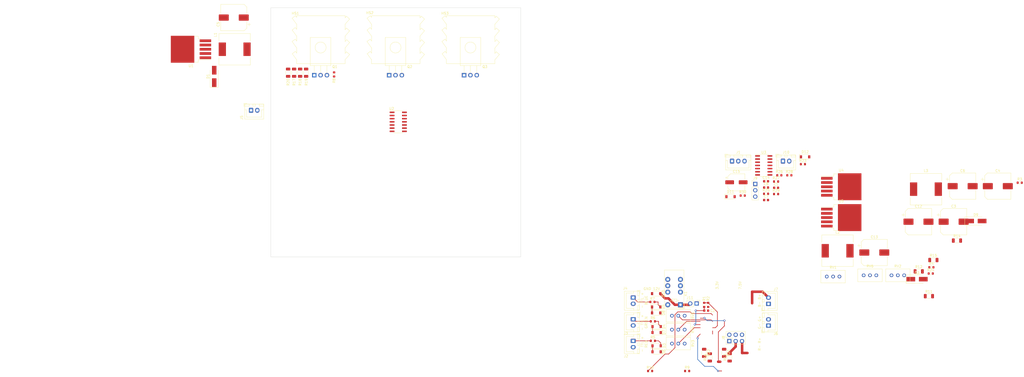
<source format=kicad_pcb>
(kicad_pcb (version 20211014) (generator pcbnew)
  (layers (0 "F.Cu" signal) (31 "B.Cu" signal) (34 "B.Paste" user) (35 "F.Paste" user) (36 "B.SilkS" user "B.Silkscreen") (37 "F.SilkS" user "F.Silkscreen") (38 "B.Mask" user) (39 "F.Mask" user) (44 "Edge.Cuts" user))
  (net 0 "")
  (net 1 "+15V")
  (net 2 "GND")
  (net 3 "Net-(D1-Pad1)")
  (net 4 "Net-(D2-Pad1)")
  (net 5 "Net-(D3-Pad1)")
  (net 6 "Net-(D3-Pad2)")
  (net 7 "Net-(J2-Pad1)")
  (net 8 "Net-(J3-Pad1)")
  (net 9 "Net-(J4-Pad1)")
  (net 10 "VCC")
  (net 11 "Net-(R1-Pad1)")
  (net 12 "Net-(R8-Pad1)")
  (net 13 "Net-(R9-Pad1)")
  (net 14 "Net-(R10-Pad1)")
  (net 15 "Net-(RV1-Pad2)")
  (net 16 "Net-(RV2-Pad2)")
  (net 17 "Net-(RV3-Pad2)")
  (net 18 "Net-(J5-Pad1)")
  (net 19 "Net-(J6-Pad1)")
  (net 20 "-15V")
  (net 25 "Net-(C14-Pad1)")
  (net 26 "Net-(C14-Pad2)")
  (net 27 "Net-(C15-Pad1)")
  (net 28 "V1")
  (net 29 "V2")
  (net 30 "V3")
  (net 31 "Net-(D4-Pad1)")
  (net 32 "Net-(D4-Pad2)")
  (net 33 "Net-(D5-Pad1)")
  (net 34 "Net-(D5-Pad2)")
  (net 35 "Net-(D9-Pad1)")
  (net 36 "Net-(D10-Pad1)")
  (net 37 "Net-(D11-Pad1)")
  (net 38 "Net-(D11-Pad2)")
  (net 39 "Net-(J8-Pad1)")
  (net 40 "Net-(J8-Pad3)")
  (net 41 "Net-(J8-Pad5)")
  (net 42 "Net-(D12-Pad1)")
  (net 43 "Net-(J7-Pad1)")
  (net 44 "Net-(J11-Pad1)")
  (net 45 "Net-(R3-Pad2)")
  (net 46 "Net-(R4-Pad2)")
  (net 47 "Net-(R23-Pad2)")
  (net 48 "Net-(RV4-Pad2)")
  (net 49 "Net-(RV5-Pad2)")
  (net 50 "Net-(RV6-Pad2)")
  (net 51 "Net-(U2-Pad8)")
  (net 52 "MOTOR_ON")
  (net 53 "Net-(Q1-Pad1)")
  (net 54 "Net-(Q1-Pad3)")
  (net 55 "Net-(Q2-Pad1)")
  (net 56 "Net-(Q2-Pad3)")
  (net 57 "Net-(Q3-Pad1)")
  (net 58 "Net-(Q3-Pad3)")
  (net 59 "Net-(R24-Pad2)")
  (net 60 "Net-(R25-Pad1)")
  (net 61 "Net-(R25-Pad2)")
  (footprint "Resistor_SMD:R_1206_3216Metric" (layer "F.Cu") (at 183.7 140.25 90)
    (fp_text reference "R13")
    (fp_text value "10R")
  )
  (footprint "Resistor_SMD:R_0603_1608Metric" (layer "F.Cu") (at 213.04 62.78)
    (fp_text reference "R23")
    (fp_text value "5k")
  )
  (footprint "Capacitor_SMD:CP_Elec_10x10" (layer "F.Cu") (at 241.63 98.2)
    (fp_text reference "C13")
    (fp_text value "1000u")
  )
  (footprint "Capacitor_SMD:CP_Elec_10x10" (layer "F.Cu") (at 277.01 71.6)
    (fp_text reference "C6")
    (fp_text value "1000u")
  )
  (footprint "Resistor_SMD:R_0603_1608Metric" (layer "F.Cu") (at 152.96 133.61 180)
    (fp_text reference "R5")
    (fp_text value "33k")
  )
  (footprint "Resistor_SMD:R_0603_1608Metric" (layer "F.Cu") (at 299.865 70.22)
    (fp_text reference "R3")
    (fp_text value "1.2k")
  )
  (footprint "Heatsink:Heatsink_AAVID_TV5G_TO220_Horizontal" (layer "F.Cu") (at 80 16 180)
    (fp_text reference "HS3")
    (fp_text value "Heatsink")
  )
  (footprint "Capacitor_SMD:CP_Elec_6.3x5.4_Nichicon" (layer "F.Cu") (at 186.41 70.05)
    (fp_text reference "C15")
    (fp_text value "47u")
  )
  (footprint "Connector_JST:JST_XH_B2B-XH-A_1x02_P2.50mm_Vertical" (layer "F.Cu") (at 145.085 124.96 -90)
    (fp_text reference "J3")
    (fp_text value "Conn_01x02")
  )
  (footprint "Diode_SMD:D_SOD-123" (layer "F.Cu") (at 184.06 75.8)
    (fp_text reference "D11")
    (fp_text value "1N4148W")
  )
  (footprint "Resistor_SMD:R_1206_3216Metric" (layer "F.Cu") (at 14.1 26.1 -90)
    (fp_text reference "R19")
    (fp_text value "10R")
  )
  (footprint "Capacitor_SMD:CP_Elec_10x10" (layer "F.Cu") (at 291.09 71.6)
    (fp_text reference "C4")
    (fp_text value "1000u")
  )
  (footprint "Package_TO_SOT_SMD:TO-263-5_TabPin3" (layer "F.Cu") (at -32 16.7 180)
    (fp_text reference "U1")
    (fp_text value "LM2576S-ADJ")
  )
  (footprint "Connector_JST:JST_XH_B2B-XH-A_1x02_P2.50mm_Vertical" (layer "F.Cu") (at 199.26 127.51 90)
    (fp_text reference "J6")
    (fp_text value "Conn_01x02")
  )
  (footprint "Potentiometer_THT:Potentiometer_Bourns_3296W_Vertical" (layer "F.Cu") (at 227.675 107.85)
    (fp_text reference "RV1")
    (fp_text value "10k")
  )
  (footprint "Potentiometer_THT:Potentiometer_Bourns_3296W_Vertical" (layer "F.Cu") (at 253.595 107.35)
    (fp_text reference "RV2")
    (fp_text value "10k")
  )
  (footprint "Connector_JST:JST_XH_B2B-XH-A_1x02_P2.50mm_Vertical" (layer "F.Cu") (at 145.085 116.26 -90)
    (fp_text reference "J4")
    (fp_text value "Conn_01x02")
  )
  (footprint "Package_TO_SOT_THT:TO-126-3_Horizontal_TabDown" (layer "F.Cu") (at 77.36 27.1)
    (fp_text reference "Q3")
    (fp_text value "BD139")
  )
  (footprint "Capacitor_SMD:CP_Elec_10x10" (layer "F.Cu") (at 273.4 85.85)
    (fp_text reference "C3")
    (fp_text value "1000u")
  )
  (footprint "Resistor_SMD:R_0603_1608Metric" (layer "F.Cu") (at 175.1 119.2 90)
    (fp_text reference "R2")
    (fp_text value "10k")
  )
  (footprint "Connector_PinHeader_2.54mm:PinHeader_2x03_P2.54mm_Vertical" (layer "F.Cu") (at 183.575 133.725 90)
    (fp_text reference "J8")
    (fp_text value "Conn_02x03_Odd_Even")
  )
  (footprint "Diode_SMD:D_SMA_Handsoldering" (layer "F.Cu") (at 258.745 108.89)
    (fp_text reference "D2")
    (fp_text value "1N5819WS")
  )
  (footprint "Diode_SMD:D_SOD-123" (layer "F.Cu") (at 154.288 122.422 180)
    (fp_text reference "D8")
    (fp_text value "1N4148W")
  )
  (footprint "Relay_THT:Relay_DPDT_Omron_G6S-2" (layer "F.Cu") (at 164.0075 119.1575 180)
    (fp_text reference "K1")
    (fp_text value "G6S-2")
  )
  (footprint "Connector_PinHeader_2.54mm:PinHeader_1x02_P2.54mm_Vertical" (layer "F.Cu") (at 170.475 118.65 -90)
    (fp_text reference "J11")
    (fp_text value "Conn_01x02")
  )
  (footprint "Resistor_SMD:R_0603_1608Metric" (layer "F.Cu") (at 173.5 119.2 -90)
    (fp_text reference "R1")
    (fp_text value "10k")
  )
  (footprint "Potentiometer_THT:Potentiometer_Bourns_3296W_Vertical" (layer "F.Cu") (at 160.6 134.726 180)
    (fp_text reference "RV3")
    (fp_text value "10k")
  )
  (footprint "Resistor_SMD:R_0603_1608Metric" (layer "F.Cu") (at 188.94 75.38)
    (fp_text reference "R30")
    (fp_text value "1k")
  )
  (footprint "Resistor_SMD:R_0603_1608Metric" (layer "F.Cu") (at 202.3 69.74)
    (fp_text reference "R27")
    (fp_text value "1k")
  )
  (footprint "Package_TO_SOT_THT:TO-126-3_Horizontal_TabDown" (layer "F.Cu") (at 17.36 27.1)
    (fp_text reference "Q1")
    (fp_text value "BD139")
  )
  (footprint "Resistor_SMD:R_1206_3216Metric" (layer "F.Cu") (at 259.425 105.77)
    (fp_text reference "R12")
    (fp_text value "10R")
  )
  (footprint "Resistor_SMD:R_1206_3216Metric" (layer "F.Cu") (at 9.3 26.1 -90)
    (fp_text reference "R17")
    (fp_text value "10R")
  )
  (footprint "Resistor_SMD:R_1206_3216Metric" (layer "F.Cu") (at 181.5 138.445 -90)
    (fp_text reference "R21")
    (fp_text value "10R")
  )
  (footprint "Diode_SMD:D_SMA_Handsoldering" (layer "F.Cu") (at -22.7 27.6 90)
    (fp_text reference "D1")
    (fp_text value "1N5819WS")
  )
  (footprint "MountingHole:MountingHole_3.2mm_M3" (layer "F.Cu") (at 125.8 102)
    (fp_text reference "H4")
    (fp_text value "MountingHole")
  )
  (footprint "Resistor_SMD:R_1206_3216Metric" (layer "F.Cu") (at 175.75 140.25 90)
    (fp_text reference "R16")
    (fp_text value "10R")
  )
  (footprint "Resistor_SMD:R_1206_3216Metric" (layer "F.Cu") (at 265.285 101.22)
    (fp_text reference "R15")
    (fp_text value "10R")
  )
  (footprint "MountingHole:MountingHole_3.2mm_M3" (layer "F.Cu") (at 144.66 143.11)
    (fp_text reference "H2")
    (fp_text value "MountingHole")
  )
  (footprint "Inductor_SMD:L_12x12mm_H8mm" (layer "F.Cu") (at -14.5 16.7)
    (fp_text reference "L1")
    (fp_text value "150uH")
  )
  (footprint "Resistor_SMD:R_0603_1608Metric" (layer "F.Cu") (at 25.3 26.8 90)
    (fp_text reference "R8")
    (fp_text value "100")
  )
  (footprint "Resistor_SMD:R_0603_1608Metric" (layer "F.Cu") (at 166.68 145.715)
    (fp_text reference "R9")
    (fp_text value "100")
  )
  (footprint "Diode_SMD:D_SOD-123" (layer "F.Cu") (at 154.288 120.022)
    (fp_text reference "D5")
    (fp_text value "1N4148W")
  )
  (footprint "Package_TO_SOT_THT:TO-126-3_Horizontal_TabDown" (layer "F.Cu") (at 47.36 27.1)
    (fp_text reference "Q2")
    (fp_text value "BD139")
  )
  (footprint "Resistor_SMD:R_1206_3216Metric" (layer "F.Cu") (at 11.7 26.1 -90)
    (fp_text reference "R18")
    (fp_text value "10R")
  )
  (footprint "Diode_SMD:D_SOD-123" (layer "F.Cu") (at 154.46 130.296 180)
    (fp_text reference "D7")
    (fp_text value "1N4148W")
  )
  (footprint "Capacitor_SMD:CP_Elec_10x10" (layer "F.Cu") (at 259.32 85.85)
    (fp_text reference "C12")
    (fp_text value "1000u")
  )
  (footprint "Diode_SMD:D_SOD-123" (layer "F.Cu") (at 154.288 114.688 180)
    (fp_text reference "D10")
    (fp_text value "1N4148W")
  )
  (footprint "Inductor_SMD:L_12x12mm_H8mm" (layer "F.Cu") (at 226.935 97.5)
    (fp_text reference "L2")
    (fp_text value "150uH")
  )
  (footprint "Resistor_SMD:R_1206_3216Metric" (layer "F.Cu") (at 263.5 115.7)
    (fp_text reference "R11")
    (fp_text value "10R")
  )
  (footprint "Connector_JST:JST_XH_B3B-XH-A_1x03_P2.50mm_Vertical" (layer "F.Cu") (at 184.66 61.55)
    (fp_text reference "J1")
    (fp_text value "Conn_01x03")
  )
  (footprint "Potentiometer_THT:Potentiometer_Bourns_3296W_Vertical" (layer "F.Cu") (at 160.6 123.55 180)
    (fp_text reference "RV5")
    (fp_text value "10k")
  )
  (footprint "Diode_SMD:D_SOD-123" (layer "F.Cu") (at 154.46 127.896)
    (fp_text reference "D4")
    (fp_text value "1N4148W")
  )
  (footprint "Resistor_SMD:R_0603_1608Metric" (layer "F.Cu") (at 152.788 118.022 180)
    (fp_text reference "R7")
    (fp_text value "33k")
  )
  (footprint "MountingHole:MountingHole_3.2mm_M3" (layer "F.Cu") (at 199.66 109.11)
    (fp_text reference "H3")
    (fp_text value "MountingHole")
  )
  (footprint "Package_SO:SOIC-14_3.9x8.7mm_P1.27mm" (layer "F.Cu") (at 51 45.8)
    (fp_text reference "U2")
    (fp_text value "LM324")
  )
  (footprint "Resistor_SMD:R_0603_1608Metric" (layer "F.Cu") (at 152.96 125.796 180)
    (fp_text reference "R6")
    (fp_text value "33k")
  )
  (footprint "Potentiometer_THT:Potentiometer_Bourns_3296W_Vertical" (layer "F.Cu") (at 242.445 107.35)
    (fp_text reference "RV6")
    (fp_text value "10k")
  )
  (footprint "Resistor_SMD:R_0603_1608Metric" (layer "F.Cu") (at 264.235 106.63)
    (fp_text reference "R24")
    (fp_text value "1.2k")
  )
  (footprint "MountingHole:MountingHole_3.2mm_M3" (layer "F.Cu") (at 199.66 143.11)
    (fp_text reference "H1")
    (fp_text value "MountingHole")
  )
  (footprint "Connector_JST:JST_XH_B2B-XH-A_1x02_P2.50mm_Vertical" (layer "F.Cu") (at 199.26 118.81 90)
    (fp_text reference "J7")
    (fp_text value "Conn_01x02")
  )
  (footprint "Resistor_SMD:R_1206_3216Metric" (layer "F.Cu") (at 274.735 93.42)
    (fp_text reference "R14")
    (fp_text value "10R")
  )
  (footprint "Connector_JST:JST_XH_B2B-XH-A_1x02_P2.50mm_Vertical" (layer "F.Cu") (at 145.085 133.66 -90)
    (fp_text reference "J2")
    (fp_text value "Conn_01x02")
  )
  (footprint "Capacitor_SMD:C_0603_1608Metric" (layer "F.Cu") (at 198.29 77.17)
    (fp_text reference "C7")
    (fp_text value "100n")
  )
  (footprint "Connector_PinHeader_2.54mm:PinHeader_1x03_P2.54mm_Vertical" (layer "F.Cu") (at 193.96 70.71)
    (fp_text reference "J9")
    (fp_text value "Conn_01x03")
  )
  (footprint "Potentiometer_THT:Potentiometer_Bourns_3296W_Vertical" (layer "F.Cu") (at 160.6 129.138 180)
    (fp_text reference "RV4")
    (fp_text value "10k")
  )
  (footprint "Heatsink:Heatsink_AAVID_TV5G_TO220_Horizontal" (layer "F.Cu") (at 20 16 180)
    (fp_text reference "HS1")
    (fp_text value "Heatsink")
  )
  (footprint "Resistor_SMD:R_0603_1608Metric" (layer "F.Cu") (at 203.59 67.23)
    (fp_text reference "R26")
    (fp_text value "1k")
  )
  (footprint "Package_SO:SOIC-14_3.9x8.7mm_P1.27mm" (layer "F.Cu") (at 197.36 63.28)
    (fp_text reference "U3")
    (fp_text value "LM324")
  )
  (footprint "Heatsink:Heatsink_AAVID_TV5G_TO220_Horizontal" (layer "F.Cu") (at 50 16 180)
    (fp_text reference "HS2")
    (fp_text value "Heatsink")
  )
  (footprint "Diode_SMD:D_SOD-123" (layer "F.Cu") (at 213.91 59.85)
    (fp_text reference "D12")
    (fp_text value "1N4148W")
  )
  (footprint "Resistor_SMD:R_0603_1608Metric" (layer "F.Cu") (at 264.485 104.12)
    (fp_text reference "R4")
    (fp_text value "1.2k")
  )
  (footprint "Resistor_SMD:R_1206_3216Metric" (layer "F.Cu") (at 6.9 26.1 90)
    (fp_text reference "R20")
    (fp_text value "10R")
  )
  (footprint "Diode_SMD:D_SMA_Handsoldering" (layer "F.Cu") (at 282.295 85.58)
    (fp_text reference "D9")
    (fp_text value "1N5819WS")
  )
  (footprint "Capacitor_SMD:C_0603_1608Metric" (layer "F.Cu") (at 202.3 72.25)
    (fp_text reference "C1")
    (fp_text value "100n")
  )
  (footprint "Resistor_SMD:R_1206_3216Metric" (layer "F.Cu") (at 173.5 138.445 -90)
    (fp_text reference "R22")
    (fp_text value "10R")
  )
  (footprint "Inductor_SMD:L_12x12mm_H8mm" (layer "F.Cu") (at 262.315 72.8)
    (fp_text reference "L3")
    (fp_text value "150uH")
  )
  (footprint "Capacitor_SMD:CP_Elec_10x10" (layer "F.Cu") (at -14.8675 4 180)
    (fp_text reference "C5")
    (fp_text value "1000u")
  )
  (footprint "Connector_JST:JST_XH_B2B-XH-A_1x02_P2.50mm_Vertical" (layer "F.Cu") (at 205.06 61.55)
    (fp_text reference "J10")
    (fp_text value "Conn_01x02")
  )
  (footprint "Diode_SMD:D_SOD-123" (layer "F.Cu") (at 154.46 138.01 180)
    (fp_text reference "D6")
    (fp_text value "1N4148W")
  )
  (footprint "Capacitor_SMD:C_0603_1608Metric" (layer "F.Cu") (at 198.29 72.15)
    (fp_text reference "C8")
    (fp_text value "100n")
  )
  (footprint "Resistor_SMD:R_0603_1608Metric" (layer "F.Cu") (at 202.3 74.76)
    (fp_text reference "R29")
    (fp_text value "500")
  )
  (footprint "Package_TO_SOT_SMD:TO-263-5_TabPin3" (layer "F.Cu") (at 228.395 84.2)
    (fp_text reference "U5")
    (fp_text value "LM2576S-ADJ")
  )
  (footprint "Capacitor_SMD:C_0603_1608Metric" (layer "F.Cu") (at 174.3 121.5)
    (fp_text reference "C2")
    (fp_text value "100n")
  )
  (footprint "Package_TO_SOT_SMD:TO-263-5_TabPin3" (layer "F.Cu") (at 228.395 71.85)
    (fp_text reference "U4")
    (fp_text value "LM2576S-ADJ")
  )
  (footprint "Capacitor_SMD:C_0603_1608Metric" (layer "F.Cu") (at 198.29 69.64)
    (fp_text reference "C14")
    (fp_text value "2u")
  )
  (footprint "Connector_JST:JST_XH_B2B-XH-A_1x02_P2.50mm_Vertical" (layer "F.Cu") (at -7.95 41.175)
    (fp_text reference "J5")
    (fp_text value "Conn_01x02")
  )
  (footprint "Resistor_SMD:R_0603_1608Metric" (layer "F.Cu") (at 198.29 74.66)
    (fp_text reference "R25")
    (fp_text value "1k")
  )
  (footprint "Resistor_SMD:R_0603_1608Metric" (layer "F.Cu") (at 207.6 67.23)
    (fp_text reference "R28")
    (fp_text value "1k")
  )
  (footprint "Resistor_SMD:R_0603_1608Metric" (layer "F.Cu") (at 151.855 145.715)
    (fp_text reference "R10")
    (fp_text value "100")
  )
  (footprint "Diode_SMD:D_SOD-123" (layer "F.Cu") (at 154.46 135.61)
    (fp_text reference "D3")
    (fp_text value "1N4148W")
  )
  (gr_rect (start 0 0) (end 100 100) (layer "Edge.Cuts") (width 0.1) (fill none))
  (gr_text "- TTL +\nGREEN" (at 149.5 126.25 90) (layer "F.SilkS") (effects (font (size 1 1))))
  (gr_text "7.5V" (at 187.9 111.35 90) (layer "F.SilkS") (effects (font (size 1 1))))
  (gr_text "B- B+" (at 195.7 117.45 90) (layer "F.SilkS") (effects (font (size 1 1))))
  (gr_text "3.3V" (at 178.7 111.35 90) (layer "F.SilkS") (effects (font (size 1 1))))
  (gr_text "- TTL +\nBLUE" (at 149.5 117.35 90) (layer "F.SilkS") (effects (font (size 1 1))))
  (gr_text "GND 12V" (at 152.5 112.75) (layer "F.SilkS") (effects (font (size 1 1))))
  (gr_text "G- G+" (at 195.7 126.25 90) (layer "F.SilkS") (effects (font (size 1 1))))
  (gr_text "R- R+" (at 195.7 134.95 90) (layer "F.SilkS") (effects (font (size 1 1))))
  (gr_text "- TTL +\nRED" (at 149.5 134.95 90) (layer "F.SilkS") (effects (font (size 1 1))))
  (segment (start 173.525 121.5) (end 170.15 121.5) (width 0.25) (layer "F.Cu") (net 1))
  (segment (start 173.525 121.5) (end 173.525 120.05) (width 0.25) (layer "F.Cu") (net 1))
  (segment (start 173.525 120.05) (end 173.5 120.025) (width 0.25) (layer "F.Cu") (net 1))
  (segment (start 171.925 127.1) (end 169.75 127.1) (width 0.25) (layer "F.Cu") (net 1))
  (via (at 170.15 121.5) (size 0.8) (drill 0.4) (layers "F.Cu" "B.Cu") (net 1))
  (via (at 169.75 127.1) (size 0.8) (drill 0.4) (layers "F.Cu" "B.Cu") (net 1))
  (segment (start 170.15 121.5) (end 170.15 126.7) (width 0.25) (layer "B.Cu") (net 1))
  (segment (start 170.15 126.7) (end 169.75 127.1) (width 0.25) (layer "B.Cu") (net 1))
  (segment (start 152.81 135.61) (end 152.81 138.01) (width 0.25) (layer "F.Cu") (net 5))
  (segment (start 156.11 135.61) (end 156.11 134.485) (width 0.25) (layer "F.Cu") (net 6))
  (segment (start 155.235 133.61) (end 153.785 133.61) (width 0.25) (layer "F.Cu") (net 6))
  (segment (start 156.11 134.485) (end 155.235 133.61) (width 0.25) (layer "F.Cu") (net 6))
  (segment (start 152.135 133.61) (end 145.135 133.61) (width 0.25) (layer "F.Cu") (net 7))
  (segment (start 145.135 133.61) (end 145.085 133.66) (width 0.25) (layer "F.Cu") (net 7))
  (segment (start 145.921 125.796) (end 145.085 124.96) (width 0.25) (layer "F.Cu") (net 8))
  (segment (start 152.135 125.796) (end 145.921 125.796) (width 0.25) (layer "F.Cu") (net 8))
  (segment (start 151.963 118.022) (end 146.847 118.022) (width 0.25) (layer "F.Cu") (net 9))
  (segment (start 146.847 118.022) (end 145.085 116.26) (width 0.25) (layer "F.Cu") (net 9))
  (segment (start 178.8 127.55) (end 177.98 128.37) (width 0.25) (layer "F.Cu") (net 11))
  (segment (start 175.1 118.375) (end 178.8 122.075) (width 0.25) (layer "F.Cu") (net 11))
  (segment (start 178.8 122.075) (end 178.8 127.55) (width 0.25) (layer "F.Cu") (net 11))
  (segment (start 173.5 118.375) (end 175.1 118.375) (width 0.25) (layer "F.Cu") (net 11))
  (segment (start 177.98 128.37) (end 176.875 128.37) (width 0.25) (layer "F.Cu") (net 11))
  (segment (start 179.05 145.7) (end 180.44 145.7) (width 0.25) (layer "F.Cu") (net 12))
  (segment (start 170.9 131.935) (end 171.925 130.91) (width 0.25) (layer "F.Cu") (net 12))
  (segment (start 180.44 145.7) (end 180.455 145.715) (width 0.25) (layer "F.Cu") (net 12))
  (segment (start 170.9 132.55) (end 170.9 131.935) (width 0.25) (layer "F.Cu") (net 12))
  (via (at 170.9 132.55) (size 0.8) (drill 0.4) (layers "F.Cu" "B.Cu") (net 12))
  (via (at 179.05 145.7) (size 0.8) (drill 0.4) (layers "F.Cu" "B.Cu") (net 12))
  (segment (start 173.7 143.85) (end 177.2 143.85) (width 0.25) (layer "B.Cu") (net 12))
  (segment (start 170.9 141.05) (end 173.7 143.85) (width 0.25) (layer "B.Cu") (net 12))
  (segment (start 177.2 143.85) (end 179.05 145.7) (width 0.25) (layer "B.Cu") (net 12))
  (segment (start 170.9 132.55) (end 170.9 141.05) (width 0.25) (layer "B.Cu") (net 12))
  (segment (start 157.845 138.9) (end 151.03 145.715) (width 0.25) (layer "F.Cu") (net 14))
  (segment (start 162.95 122) (end 161.8 123.15) (width 0.25) (layer "F.Cu") (net 14))
  (segment (start 159.3 138.9) (end 157.845 138.9) (width 0.25) (layer "F.Cu") (net 14))
  (segment (start 161.8 123.15) (end 161.8 136.4) (width 0.25) (layer "F.Cu") (net 14))
  (segment (start 161.8 136.4) (end 159.3 138.9) (width 0.25) (layer "F.Cu") (net 14))
  (segment (start 167.9 122) (end 162.95 122) (width 0.25) (layer "F.Cu") (net 14))
  (segment (start 176.875 123.29) (end 176.25 122.665) (width 0.25) (layer "F.Cu") (net 14))
  (segment (start 168.565 122.665) (end 167.9 122) (width 0.25) (layer "F.Cu") (net 14))
  (segment (start 176.25 122.665) (end 168.565 122.665) (width 0.25) (layer "F.Cu") (net 14))
  (segment (start 169.496 128.37) (end 171.925 128.37) (width 0.25) (layer "F.Cu") (net 17))
  (segment (start 163.14 134.726) (end 169.496 128.37) (width 0.25) (layer "F.Cu") (net 17))
  (segment (start 196.8825 113.9325) (end 199.26 116.31) (width 1) (layer "F.Cu") (net 30))
  (segment (start 192.7075 113.9325) (end 192.7075 118.537388) (width 1) (layer "F.Cu") (net 30))
  (segment (start 192.7075 113.9325) (end 196.8825 113.9325) (width 1) (layer "F.Cu") (net 30))
  (segment (start 152.81 127.896) (end 152.81 130.296) (width 0.25) (layer "F.Cu") (net 31))
  (segment (start 153.785 125.796) (end 155.235 125.796) (width 0.25) (layer "F.Cu") (net 32))
  (segment (start 155.235 125.796) (end 155.235 127.021) (width 0.25) (layer "F.Cu") (net 32))
  (segment (start 155.235 127.021) (end 156.11 127.896) (width 0.25) (layer "F.Cu") (net 32))
  (segment (start 152.638 120.022) (end 152.638 122.422) (width 0.25) (layer "F.Cu") (net 33))
  (segment (start 155.063 119.147) (end 155.938 120.022) (width 0.25) (layer "F.Cu") (net 34))
  (segment (start 153.613 118.022) (end 155.063 118.022) (width 0.25) (layer "F.Cu") (net 34))
  (segment (start 155.063 118.022) (end 155.063 119.147) (width 0.25) (layer "F.Cu") (net 34))
  (segment (start 159.2 116.6) (end 161.7575 119.1575) (width 1) (layer "F.Cu") (net 36))
  (segment (start 157.85 116.6) (end 159.2 116.6) (width 1) (layer "F.Cu") (net 36))
  (segment (start 164.0075 119.1575) (end 167.4275 119.1575) (width 1) (layer "F.Cu") (net 36))
  (segment (start 155.938 114.688) (end 157.85 116.6) (width 1) (layer "F.Cu") (net 36))
  (segment (start 161.7575 119.1575) (end 164.0075 119.1575) (width 1) (layer "F.Cu") (net 36))
  (segment (start 167.4275 119.1575) (end 167.935 118.65) (width 1) (layer "F.Cu") (net 36))
  (segment (start 183.7 138.35) (end 186.115 135.935) (width 1) (layer "F.Cu") (net 40))
  (segment (start 183.605 138.445) (end 183.7 138.35) (width 1) (layer "F.Cu") (net 40))
  (segment (start 186.115 135.935) (end 186.115 133.725) (width 1) (layer "F.Cu") (net 40))
  (segment (start 188.7 138.495) (end 188.7 133.77) (width 1) (layer "F.Cu") (net 41))
  (segment (start 188.7 138.495) (end 190.833 138.495) (width 1) (layer "F.Cu") (net 41))
  (segment (start 188.7 133.77) (end 188.655 133.725) (width 1) (layer "F.Cu") (net 41))
  (segment (start 163.14 129.138) (end 166.448 125.83) (width 0.25) (layer "F.Cu") (net 48))
  (segment (start 166.448 125.83) (end 171.925 125.83) (width 0.25) (layer "F.Cu") (net 48))
  (segment (start 176.25 125.205) (end 164.795 125.205) (width 0.25) (layer "F.Cu") (net 49))
  (segment (start 176.875 125.83) (end 176.25 125.205) (width 0.25) (layer "F.Cu") (net 49))
  (segment (start 164.795 125.205) (end 163.14 123.55) (width 0.25) (layer "F.Cu") (net 49))
  (segment (start 176.875 129.64) (end 176.875 130.91) (width 0.25) (layer "F.Cu") (net 51))
  (segment (start 179.95 142) (end 179.1 142) (width 1) (layer "F.Cu") (net 55))
  (segment (start 179.5 142) (end 179.2 141.7) (width 0.25) (layer "F.Cu") (net 55))
  (segment (start 171.925 124.56) (end 173.49 124.56) (width 0.25) (layer "F.Cu") (net 55))
  (segment (start 179.2 141.7) (end 179.2 130.05) (width 0.25) (layer "F.Cu") (net 55))
  (segment (start 173.49 124.56) (end 173.6 124.45) (width 0.25) (layer "F.Cu") (net 55))
  (segment (start 179.95 142) (end 179.5 142) (width 0.25) (layer "F.Cu") (net 55))
  (segment (start 181.609206 127.640794) (end 181.609206 125.514576) (width 0.25) (layer "F.Cu") (net 55))
  (segment (start 179.2 130.05) (end 181.609206 127.640794) (width 0.25) (layer "F.Cu") (net 55))
  (via (at 173.6 124.45) (size 0.8) (drill 0.4) (layers "F.Cu" "B.Cu") (net 55))
  (via (at 181.609206 125.514576) (size 0.8) (drill 0.4) (layers "F.Cu" "B.Cu") (net 55))
  (segment (start 173.6 124.45) (end 174.7 125.55) (width 0.25) (layer "B.Cu") (net 55))
  (segment (start 174.7 125.55) (end 181.609206 125.514576) (width 0.25) (layer "B.Cu") (net 55))
)
</source>
